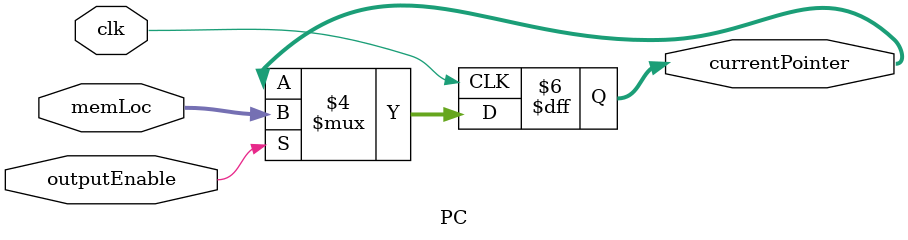
<source format=v>
/*
    * @author: Shubhayu Das
    * This is the program counter code
    * Simply takes in a memory location value and gives it out when output is enabled
    * Output enable is required because it's non-pipelined architecture here
*/
module PC(clk, memLoc, outputEnable, currentPointer);
    input outputEnable, clk;
    input [31:0]memLoc;
    output reg[31:0] currentPointer;

    initial currentPointer = 0;

    always@(posedge clk) begin
        $display("OutputEnable: %d", outputEnable);
        if(outputEnable)
            currentPointer = memLoc; 

    end
endmodule
</source>
